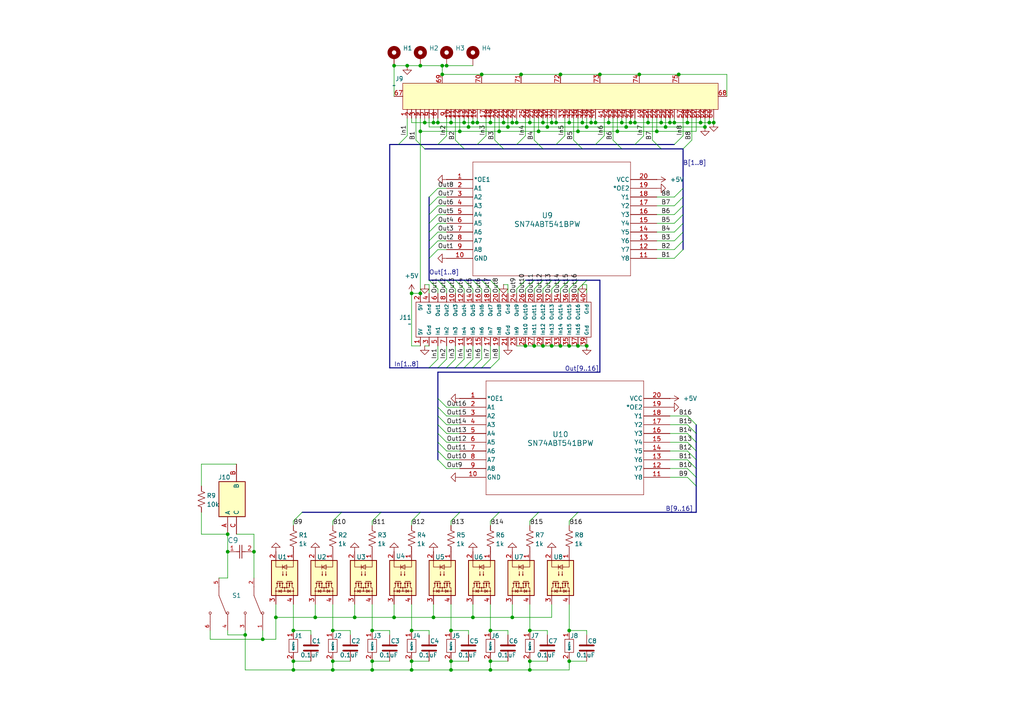
<source format=kicad_sch>
(kicad_sch (version 20231120) (generator "eeschema") (generator_version "8.0")
  (paper "A4")
  (junction (at 168.91 35.56))
  (junction (at 119.38 191.77))
  (junction (at 107.95 194.31))
  (junction (at 176.53 35.56))
  (junction (at 162.56 21.59))
  (junction (at 203.2 35.56))
  (junction (at 119.38 194.31))
  (junction (at 191.77 35.56))
  (junction (at 149.86 35.56))
  (junction (at 96.52 182.88))
  (junction (at 157.48 35.56))
  (junction (at 128.27 19.05))
  (junction (at 152.4 100.33))
  (junction (at 142.24 194.31))
  (junction (at 130.81 182.88))
  (junction (at 165.1 100.33))
  (junction (at 107.95 191.77))
  (junction (at 96.52 194.31))
  (junction (at 121.92 85.09))
  (junction (at 142.24 191.77))
  (junction (at 102.87 179.07))
  (junction (at 139.7 21.59))
  (junction (at 144.78 38.1))
  (junction (at 161.29 35.56))
  (junction (at 107.95 182.88))
  (junction (at 193.04 36.83))
  (junction (at 160.02 100.33))
  (junction (at 187.96 35.56))
  (junction (at 76.2 185.42))
  (junction (at 172.72 35.56))
  (junction (at 173.99 21.59))
  (junction (at 157.48 100.33))
  (junction (at 146.05 35.56))
  (junction (at 153.67 35.56))
  (junction (at 165.1 35.56))
  (junction (at 134.62 35.56))
  (junction (at 167.64 100.33))
  (junction (at 156.21 38.1))
  (junction (at 170.18 36.83))
  (junction (at 153.67 191.77))
  (junction (at 66.04 160.02))
  (junction (at 114.3 19.05))
  (junction (at 85.09 191.77))
  (junction (at 170.18 100.33))
  (junction (at 121.92 19.05))
  (junction (at 137.16 179.07))
  (junction (at 162.56 100.33))
  (junction (at 119.38 85.09))
  (junction (at 207.01 35.56))
  (junction (at 205.74 35.56))
  (junction (at 171.45 35.56))
  (junction (at 190.5 38.1))
  (junction (at 129.54 19.05))
  (junction (at 151.13 21.59))
  (junction (at 167.64 38.1))
  (junction (at 130.81 194.31))
  (junction (at 204.47 36.83))
  (junction (at 148.59 35.56))
  (junction (at 153.67 194.31))
  (junction (at 138.43 35.56))
  (junction (at 181.61 36.83))
  (junction (at 133.35 38.1))
  (junction (at 182.88 35.56))
  (junction (at 85.09 194.31))
  (junction (at 165.1 182.88))
  (junction (at 73.66 160.02))
  (junction (at 165.1 191.77))
  (junction (at 127 35.56))
  (junction (at 121.92 38.1))
  (junction (at 71.12 184.15))
  (junction (at 147.32 36.83))
  (junction (at 184.15 35.56))
  (junction (at 130.81 35.56))
  (junction (at 135.89 36.83))
  (junction (at 125.73 179.07))
  (junction (at 137.16 35.56))
  (junction (at 91.44 179.07))
  (junction (at 80.01 179.07))
  (junction (at 142.24 182.88))
  (junction (at 196.85 21.59))
  (junction (at 125.73 35.56))
  (junction (at 195.58 35.56))
  (junction (at 96.52 191.77))
  (junction (at 185.42 21.59))
  (junction (at 123.19 35.56))
  (junction (at 194.31 35.56))
  (junction (at 153.67 182.88))
  (junction (at 114.3 179.07))
  (junction (at 85.09 182.88))
  (junction (at 199.39 35.56))
  (junction (at 179.07 38.1))
  (junction (at 142.24 35.56))
  (junction (at 148.59 179.07))
  (junction (at 118.11 19.05))
  (junction (at 130.81 191.77))
  (junction (at 180.34 35.56))
  (junction (at 128.27 21.59))
  (junction (at 160.02 35.56))
  (junction (at 66.04 154.94))
  (junction (at 119.38 182.88))
  (junction (at 158.75 36.83))
  (junction (at 154.94 100.33))
  (bus_entry (at 139.7 106.68) (size 2.54 -2.54))
  (bus_entry (at 199.39 120.65) (size 2.54 2.54))
  (bus_entry (at 199.39 123.19) (size 2.54 2.54))
  (bus_entry (at 110.49 148.59) (size -2.54 2.54))
  (bus_entry (at 144.78 83.82) (size -2.54 -2.54))
  (bus_entry (at 144.78 148.59) (size -2.54 2.54))
  (bus_entry (at 167.64 148.59) (size -2.54 2.54))
  (bus_entry (at 162.56 83.82) (size 2.54 -2.54))
  (bus_entry (at 137.16 83.82) (size -2.54 -2.54))
  (bus_entry (at 132.08 83.82) (size -2.54 -2.54))
  (bus_entry (at 127 106.68) (size 2.54 -2.54))
  (bus_entry (at 152.4 83.82) (size 2.54 -2.54))
  (bus_entry (at 115.57 41.91) (size 2.54 -2.54))
  (bus_entry (at 87.63 148.59) (size -2.54 2.54))
  (bus_entry (at 149.86 83.82) (size 2.54 -2.54))
  (bus_entry (at 172.72 41.91) (size 2.54 -2.54))
  (bus_entry (at 168.91 43.18) (size -2.54 -2.54))
  (bus_entry (at 127 125.73) (size 2.54 2.54))
  (bus_entry (at 195.58 64.77) (size 2.54 -2.54))
  (bus_entry (at 127 120.65) (size 2.54 2.54))
  (bus_entry (at 184.15 41.91) (size 2.54 -2.54))
  (bus_entry (at 133.35 148.59) (size -2.54 2.54))
  (bus_entry (at 121.92 148.59) (size -2.54 2.54))
  (bus_entry (at 195.58 69.85) (size 2.54 -2.54))
  (bus_entry (at 124.46 59.69) (size 2.54 -2.54))
  (bus_entry (at 134.62 106.68) (size 2.54 -2.54))
  (bus_entry (at 139.7 83.82) (size -2.54 -2.54))
  (bus_entry (at 124.46 106.68) (size 2.54 -2.54))
  (bus_entry (at 124.46 74.93) (size 2.54 -2.54))
  (bus_entry (at 127 128.27) (size 2.54 2.54))
  (bus_entry (at 161.29 41.91) (size 2.54 -2.54))
  (bus_entry (at 124.46 62.23) (size 2.54 -2.54))
  (bus_entry (at 134.62 43.18) (size -2.54 -2.54))
  (bus_entry (at 154.94 83.82) (size 2.54 -2.54))
  (bus_entry (at 124.46 72.39) (size 2.54 -2.54))
  (bus_entry (at 127 123.19) (size 2.54 2.54))
  (bus_entry (at 160.02 83.82) (size 2.54 -2.54))
  (bus_entry (at 195.58 59.69) (size 2.54 -2.54))
  (bus_entry (at 167.64 83.82) (size 2.54 -2.54))
  (bus_entry (at 129.54 83.82) (size -2.54 -2.54))
  (bus_entry (at 191.77 43.18) (size -2.54 -2.54))
  (bus_entry (at 199.39 128.27) (size 2.54 2.54))
  (bus_entry (at 132.08 106.68) (size 2.54 -2.54))
  (bus_entry (at 198.12 43.18) (size 2.54 -2.54))
  (bus_entry (at 127 41.91) (size 2.54 -2.54))
  (bus_entry (at 180.34 43.18) (size -2.54 -2.54))
  (bus_entry (at 165.1 83.82) (size 2.54 -2.54))
  (bus_entry (at 124.46 67.31) (size 2.54 -2.54))
  (bus_entry (at 127 118.11) (size 2.54 2.54))
  (bus_entry (at 138.43 41.91) (size 2.54 -2.54))
  (bus_entry (at 157.48 83.82) (size 2.54 -2.54))
  (bus_entry (at 124.46 64.77) (size 2.54 -2.54))
  (bus_entry (at 142.24 106.68) (size 2.54 -2.54))
  (bus_entry (at 127 115.57) (size 2.54 2.54))
  (bus_entry (at 199.39 125.73) (size 2.54 2.54))
  (bus_entry (at 195.58 62.23) (size 2.54 -2.54))
  (bus_entry (at 146.05 43.18) (size -2.54 -2.54))
  (bus_entry (at 149.86 41.91) (size 2.54 -2.54))
  (bus_entry (at 124.46 57.15) (size 2.54 -2.54))
  (bus_entry (at 195.58 57.15) (size 2.54 -2.54))
  (bus_entry (at 127 133.35) (size 2.54 2.54))
  (bus_entry (at 199.39 130.81) (size 2.54 2.54))
  (bus_entry (at 124.46 69.85) (size 2.54 -2.54))
  (bus_entry (at 99.06 148.59) (size -2.54 2.54))
  (bus_entry (at 157.48 43.18) (size -2.54 -2.54))
  (bus_entry (at 199.39 135.89) (size 2.54 2.54))
  (bus_entry (at 137.16 106.68) (size 2.54 -2.54))
  (bus_entry (at 195.58 67.31) (size 2.54 -2.54))
  (bus_entry (at 199.39 133.35) (size 2.54 2.54))
  (bus_entry (at 195.58 41.91) (size 2.54 -2.54))
  (bus_entry (at 156.21 148.59) (size -2.54 2.54))
  (bus_entry (at 134.62 83.82) (size -2.54 -2.54))
  (bus_entry (at 195.58 72.39) (size 2.54 -2.54))
  (bus_entry (at 127 130.81) (size 2.54 2.54))
  (bus_entry (at 123.19 43.18) (size -2.54 -2.54))
  (bus_entry (at 127 83.82) (size -2.54 -2.54))
  (bus_entry (at 195.58 74.93) (size 2.54 -2.54))
  (bus_entry (at 199.39 138.43) (size 2.54 2.54))
  (bus_entry (at 129.54 106.68) (size 2.54 -2.54))
  (bus_entry (at 142.24 83.82) (size -2.54 -2.54))
  (wire (pts (xy 142.24 194.31) (xy 142.24 191.77)))
  (wire (pts (xy 175.26 34.29) (xy 175.26 39.37)))
  (bus (pts (xy 201.93 133.35) (xy 201.93 135.89)))
  (wire (pts (xy 203.2 34.29) (xy 203.2 35.56)))
  (wire (pts (xy 153.67 175.26) (xy 153.67 182.88)))
  (wire (pts (xy 80.01 179.07) (xy 91.44 179.07)))
  (bus (pts (xy 162.56 81.28) (xy 165.1 81.28)))
  (wire (pts (xy 190.5 69.85) (xy 195.58 69.85)))
  (wire (pts (xy 66.04 184.15) (xy 71.12 184.15)))
  (wire (pts (xy 195.58 35.56) (xy 194.31 35.56)))
  (bus (pts (xy 127 120.65) (xy 127 123.19)))
  (wire (pts (xy 148.59 179.07) (xy 160.02 179.07)))
  (bus (pts (xy 127 118.11) (xy 127 120.65)))
  (bus (pts (xy 127 106.68) (xy 124.46 106.68)))
  (wire (pts (xy 135.89 36.83) (xy 135.89 34.29)))
  (bus (pts (xy 168.91 43.18) (xy 180.34 43.18)))
  (wire (pts (xy 132.08 34.29) (xy 132.08 40.64)))
  (bus (pts (xy 132.08 81.28) (xy 129.54 81.28)))
  (wire (pts (xy 142.24 34.29) (xy 142.24 35.56)))
  (bus (pts (xy 172.72 41.91) (xy 184.15 41.91)))
  (wire (pts (xy 205.74 34.29) (xy 205.74 35.56)))
  (wire (pts (xy 137.16 100.33) (xy 137.16 104.14)))
  (wire (pts (xy 144.78 38.1) (xy 144.78 34.29)))
  (wire (pts (xy 190.5 72.39) (xy 195.58 72.39)))
  (bus (pts (xy 123.19 43.18) (xy 134.62 43.18)))
  (wire (pts (xy 195.58 35.56) (xy 199.39 35.56)))
  (wire (pts (xy 165.1 83.82) (xy 165.1 85.09)))
  (wire (pts (xy 161.29 35.56) (xy 165.1 35.56)))
  (wire (pts (xy 102.87 179.07) (xy 114.3 179.07)))
  (wire (pts (xy 107.95 151.13) (xy 107.95 152.4)))
  (wire (pts (xy 123.19 82.55) (xy 124.46 82.55)))
  (wire (pts (xy 129.54 123.19) (xy 133.35 123.19)))
  (wire (pts (xy 130.81 35.56) (xy 134.62 35.56)))
  (wire (pts (xy 129.54 118.11) (xy 133.35 118.11)))
  (wire (pts (xy 127 83.82) (xy 127 85.09)))
  (wire (pts (xy 143.51 34.29) (xy 143.51 40.64)))
  (wire (pts (xy 153.67 194.31) (xy 153.67 191.77)))
  (wire (pts (xy 179.07 38.1) (xy 179.07 34.29)))
  (wire (pts (xy 147.32 36.83) (xy 135.89 36.83)))
  (wire (pts (xy 148.59 35.56) (xy 146.05 35.56)))
  (wire (pts (xy 167.64 100.33) (xy 170.18 100.33)))
  (bus (pts (xy 201.93 123.19) (xy 201.93 125.73)))
  (wire (pts (xy 107.95 175.26) (xy 107.95 182.88)))
  (wire (pts (xy 96.52 194.31) (xy 96.52 191.77)))
  (wire (pts (xy 107.95 194.31) (xy 107.95 191.77)))
  (wire (pts (xy 129.54 100.33) (xy 129.54 104.14)))
  (wire (pts (xy 152.4 100.33) (xy 154.94 100.33)))
  (wire (pts (xy 170.18 82.55) (xy 170.18 85.09)))
  (wire (pts (xy 170.18 36.83) (xy 158.75 36.83)))
  (wire (pts (xy 172.72 35.56) (xy 171.45 35.56)))
  (wire (pts (xy 73.66 154.94) (xy 68.58 154.94)))
  (wire (pts (xy 153.67 34.29) (xy 153.67 35.56)))
  (wire (pts (xy 157.48 34.29) (xy 157.48 35.56)))
  (wire (pts (xy 194.31 35.56) (xy 191.77 35.56)))
  (wire (pts (xy 66.04 182.88) (xy 66.04 184.15)))
  (bus (pts (xy 124.46 74.93) (xy 124.46 81.28)))
  (wire (pts (xy 58.42 134.62) (xy 68.58 134.62)))
  (bus (pts (xy 127 106.68) (xy 129.54 106.68)))
  (wire (pts (xy 137.16 35.56) (xy 134.62 35.56)))
  (bus (pts (xy 127 125.73) (xy 127 128.27)))
  (wire (pts (xy 142.24 151.13) (xy 142.24 152.4)))
  (wire (pts (xy 76.2 182.88) (xy 76.2 185.42)))
  (wire (pts (xy 127 72.39) (xy 129.54 72.39)))
  (wire (pts (xy 144.78 38.1) (xy 156.21 38.1)))
  (wire (pts (xy 130.81 182.88) (xy 135.89 182.88)))
  (wire (pts (xy 154.94 100.33) (xy 157.48 100.33)))
  (wire (pts (xy 138.43 35.56) (xy 137.16 35.56)))
  (wire (pts (xy 152.4 83.82) (xy 152.4 85.09)))
  (wire (pts (xy 125.73 34.29) (xy 125.73 35.56)))
  (wire (pts (xy 119.38 194.31) (xy 130.81 194.31)))
  (wire (pts (xy 190.5 62.23) (xy 195.58 62.23)))
  (wire (pts (xy 177.8 34.29) (xy 177.8 40.64)))
  (wire (pts (xy 107.95 191.77) (xy 113.03 191.77)))
  (wire (pts (xy 151.13 21.59) (xy 162.56 21.59)))
  (wire (pts (xy 125.73 179.07) (xy 125.73 175.26)))
  (wire (pts (xy 154.94 34.29) (xy 154.94 40.64)))
  (wire (pts (xy 187.96 34.29) (xy 187.96 35.56)))
  (wire (pts (xy 194.31 133.35) (xy 199.39 133.35)))
  (wire (pts (xy 58.42 154.94) (xy 58.42 148.59)))
  (wire (pts (xy 114.3 179.07) (xy 125.73 179.07)))
  (wire (pts (xy 147.32 82.55) (xy 147.32 85.09)))
  (wire (pts (xy 129.54 135.89) (xy 133.35 135.89)))
  (wire (pts (xy 147.32 182.88) (xy 147.32 184.15)))
  (wire (pts (xy 142.24 175.26) (xy 142.24 182.88)))
  (bus (pts (xy 127 115.57) (xy 127 118.11)))
  (wire (pts (xy 121.92 34.29) (xy 121.92 38.1)))
  (wire (pts (xy 184.15 35.56) (xy 182.88 35.56)))
  (wire (pts (xy 58.42 140.97) (xy 58.42 134.62)))
  (bus (pts (xy 201.93 130.81) (xy 201.93 133.35)))
  (wire (pts (xy 114.3 179.07) (xy 114.3 175.26)))
  (wire (pts (xy 142.24 35.56) (xy 146.05 35.56)))
  (wire (pts (xy 176.53 34.29) (xy 176.53 35.56)))
  (wire (pts (xy 123.19 100.33) (xy 124.46 100.33)))
  (wire (pts (xy 127 100.33) (xy 127 104.14)))
  (wire (pts (xy 132.08 100.33) (xy 132.08 104.14)))
  (wire (pts (xy 73.66 160.02) (xy 73.66 167.64)))
  (wire (pts (xy 71.12 194.31) (xy 85.09 194.31)))
  (wire (pts (xy 101.6 182.88) (xy 101.6 184.15)))
  (wire (pts (xy 125.73 35.56) (xy 123.19 35.56)))
  (bus (pts (xy 198.12 59.69) (xy 198.12 57.15)))
  (wire (pts (xy 125.73 179.07) (xy 137.16 179.07)))
  (wire (pts (xy 182.88 34.29) (xy 182.88 35.56)))
  (bus (pts (xy 184.15 41.91) (xy 195.58 41.91)))
  (wire (pts (xy 60.96 185.42) (xy 76.2 185.42)))
  (wire (pts (xy 114.3 19.05) (xy 118.11 19.05)))
  (wire (pts (xy 165.1 194.31) (xy 165.1 191.77)))
  (wire (pts (xy 139.7 100.33) (xy 139.7 104.14)))
  (wire (pts (xy 182.88 35.56) (xy 180.34 35.56)))
  (wire (pts (xy 190.5 64.77) (xy 195.58 64.77)))
  (wire (pts (xy 165.1 100.33) (xy 167.64 100.33)))
  (bus (pts (xy 198.12 64.77) (xy 198.12 62.23)))
  (wire (pts (xy 190.5 74.93) (xy 195.58 74.93)))
  (wire (pts (xy 153.67 194.31) (xy 165.1 194.31)))
  (wire (pts (xy 149.86 100.33) (xy 152.4 100.33)))
  (wire (pts (xy 130.81 191.77) (xy 130.81 194.31)))
  (wire (pts (xy 121.92 38.1) (xy 121.92 85.09)))
  (wire (pts (xy 149.86 83.82) (xy 149.86 85.09)))
  (wire (pts (xy 114.3 19.05) (xy 114.3 27.94)))
  (wire (pts (xy 91.44 179.07) (xy 91.44 175.26)))
  (wire (pts (xy 165.1 191.77) (xy 170.18 191.77)))
  (wire (pts (xy 179.07 38.1) (xy 190.5 38.1)))
  (bus (pts (xy 127 41.91) (xy 138.43 41.91)))
  (bus (pts (xy 201.93 138.43) (xy 201.93 140.97)))
  (wire (pts (xy 137.16 83.82) (xy 137.16 85.09)))
  (wire (pts (xy 162.56 100.33) (xy 165.1 100.33)))
  (bus (pts (xy 198.12 67.31) (xy 198.12 64.77)))
  (wire (pts (xy 193.04 34.29) (xy 193.04 36.83)))
  (bus (pts (xy 127 81.28) (xy 124.46 81.28)))
  (bus (pts (xy 167.64 81.28) (xy 170.18 81.28)))
  (wire (pts (xy 147.32 36.83) (xy 147.32 34.29)))
  (wire (pts (xy 129.54 133.35) (xy 133.35 133.35)))
  (wire (pts (xy 138.43 34.29) (xy 138.43 35.56)))
  (wire (pts (xy 132.08 83.82) (xy 132.08 85.09)))
  (bus (pts (xy 139.7 81.28) (xy 137.16 81.28)))
  (wire (pts (xy 204.47 34.29) (xy 204.47 36.83)))
  (wire (pts (xy 66.04 154.94) (xy 58.42 154.94)))
  (wire (pts (xy 170.18 182.88) (xy 170.18 184.15)))
  (bus (pts (xy 113.03 41.91) (xy 115.57 41.91)))
  (bus (pts (xy 157.48 81.28) (xy 160.02 81.28)))
  (bus (pts (xy 110.49 148.59) (xy 121.92 148.59)))
  (wire (pts (xy 142.24 100.33) (xy 142.24 104.14)))
  (wire (pts (xy 127 57.15) (xy 129.54 57.15)))
  (wire (pts (xy 205.74 35.56) (xy 203.2 35.56)))
  (wire (pts (xy 149.86 35.56) (xy 148.59 35.56)))
  (wire (pts (xy 137.16 34.29) (xy 137.16 35.56)))
  (wire (pts (xy 113.03 182.88) (xy 113.03 184.15)))
  (wire (pts (xy 73.66 154.94) (xy 73.66 160.02)))
  (wire (pts (xy 153.67 191.77) (xy 158.75 191.77)))
  (wire (pts (xy 156.21 38.1) (xy 156.21 34.29)))
  (bus (pts (xy 165.1 81.28) (xy 167.64 81.28)))
  (bus (pts (xy 127 128.27) (xy 127 130.81)))
  (wire (pts (xy 144.78 100.33) (xy 144.78 104.14)))
  (bus (pts (xy 173.99 81.28) (xy 173.99 107.95)))
  (wire (pts (xy 181.61 36.83) (xy 170.18 36.83)))
  (bus (pts (xy 191.77 43.18) (xy 198.12 43.18)))
  (wire (pts (xy 127 35.56) (xy 130.81 35.56)))
  (bus (pts (xy 198.12 54.61) (xy 198.12 43.18)))
  (bus (pts (xy 161.29 41.91) (xy 172.72 41.91)))
  (wire (pts (xy 170.18 36.83) (xy 170.18 34.29)))
  (wire (pts (xy 135.89 36.83) (xy 124.46 36.83)))
  (wire (pts (xy 165.1 175.26) (xy 165.1 182.88)))
  (wire (pts (xy 194.31 125.73) (xy 199.39 125.73)))
  (wire (pts (xy 142.24 194.31) (xy 153.67 194.31)))
  (wire (pts (xy 130.81 194.31) (xy 142.24 194.31)))
  (bus (pts (xy 198.12 57.15) (xy 198.12 54.61)))
  (wire (pts (xy 96.52 151.13) (xy 96.52 152.4)))
  (wire (pts (xy 160.02 100.33) (xy 162.56 100.33)))
  (wire (pts (xy 119.38 35.56) (xy 123.19 35.56)))
  (bus (pts (xy 139.7 106.68) (xy 137.16 106.68)))
  (wire (pts (xy 187.96 35.56) (xy 191.77 35.56)))
  (wire (pts (xy 121.92 85.09) (xy 119.38 85.09)))
  (wire (pts (xy 161.29 34.29) (xy 161.29 35.56)))
  (wire (pts (xy 130.81 175.26) (xy 130.81 182.88)))
  (bus (pts (xy 129.54 81.28) (xy 127 81.28)))
  (wire (pts (xy 166.37 34.29) (xy 166.37 40.64)))
  (wire (pts (xy 128.27 19.05) (xy 128.27 21.59)))
  (wire (pts (xy 80.01 179.07) (xy 80.01 175.26)))
  (wire (pts (xy 80.01 185.42) (xy 80.01 179.07)))
  (wire (pts (xy 167.64 83.82) (xy 167.64 85.09)))
  (wire (pts (xy 194.31 135.89) (xy 199.39 135.89)))
  (wire (pts (xy 207.01 34.29) (xy 207.01 35.56)))
  (wire (pts (xy 173.99 21.59) (xy 185.42 21.59)))
  (wire (pts (xy 165.1 182.88) (xy 170.18 182.88)))
  (wire (pts (xy 153.67 151.13) (xy 153.67 152.4)))
  (bus (pts (xy 173.99 107.95) (xy 127 107.95)))
  (wire (pts (xy 71.12 184.15) (xy 71.12 194.31)))
  (wire (pts (xy 148.59 179.07) (xy 148.59 175.26)))
  (wire (pts (xy 194.31 138.43) (xy 199.39 138.43)))
  (wire (pts (xy 121.92 38.1) (xy 133.35 38.1)))
  (bus (pts (xy 137.16 106.68) (xy 134.62 106.68)))
  (wire (pts (xy 66.04 160.02) (xy 66.04 167.64)))
  (bus (pts (xy 134.62 106.68) (xy 132.08 106.68)))
  (wire (pts (xy 119.38 34.29) (xy 119.38 35.56)))
  (wire (pts (xy 129.54 19.05) (xy 137.16 19.05)))
  (wire (pts (xy 127 54.61) (xy 129.54 54.61)))
  (wire (pts (xy 129.54 83.82) (xy 129.54 85.09)))
  (wire (pts (xy 190.5 59.69) (xy 195.58 59.69)))
  (wire (pts (xy 127 35.56) (xy 125.73 35.56)))
  (wire (pts (xy 199.39 35.56) (xy 203.2 35.56)))
  (wire (pts (xy 90.17 182.88) (xy 90.17 184.15)))
  (bus (pts (xy 124.46 62.23) (xy 124.46 64.77)))
  (wire (pts (xy 96.52 191.77) (xy 101.6 191.77)))
  (wire (pts (xy 124.46 82.55) (xy 124.46 85.09)))
  (wire (pts (xy 129.54 120.65) (xy 133.35 120.65)))
  (wire (pts (xy 190.5 67.31) (xy 195.58 67.31)))
  (wire (pts (xy 123.19 34.29) (xy 123.19 35.56)))
  (wire (pts (xy 160.02 35.56) (xy 157.48 35.56)))
  (wire (pts (xy 200.66 34.29) (xy 200.66 40.64)))
  (wire (pts (xy 119.38 191.77) (xy 124.46 191.77)))
  (wire (pts (xy 168.91 82.55) (xy 170.18 82.55)))
  (wire (pts (xy 91.44 179.07) (xy 102.87 179.07)))
  (bus (pts (xy 138.43 41.91) (xy 149.86 41.91)))
  (bus (pts (xy 156.21 148.59) (xy 167.64 148.59)))
  (wire (pts (xy 76.2 185.42) (xy 80.01 185.42)))
  (wire (pts (xy 146.05 34.29) (xy 146.05 35.56)))
  (wire (pts (xy 135.89 182.88) (xy 135.89 184.15)))
  (bus (pts (xy 198.12 69.85) (xy 198.12 67.31)))
  (wire (pts (xy 107.95 182.88) (xy 113.03 182.88)))
  (bus (pts (xy 144.78 148.59) (xy 156.21 148.59)))
  (wire (pts (xy 118.11 34.29) (xy 118.11 39.37)))
  (wire (pts (xy 184.15 35.56) (xy 187.96 35.56)))
  (wire (pts (xy 138.43 35.56) (xy 142.24 35.56)))
  (wire (pts (xy 119.38 100.33) (xy 121.92 100.33)))
  (wire (pts (xy 129.54 130.81) (xy 133.35 130.81)))
  (wire (pts (xy 194.31 120.65) (xy 199.39 120.65)))
  (wire (pts (xy 189.23 34.29) (xy 189.23 40.64)))
  (wire (pts (xy 85.09 194.31) (xy 85.09 191.77)))
  (bus (pts (xy 124.46 64.77) (xy 124.46 67.31)))
  (wire (pts (xy 149.86 35.56) (xy 153.67 35.56)))
  (wire (pts (xy 162.56 83.82) (xy 162.56 85.09)))
  (wire (pts (xy 127 62.23) (xy 129.54 62.23)))
  (bus (pts (xy 133.35 148.59) (xy 144.78 148.59)))
  (wire (pts (xy 165.1 34.29) (xy 165.1 35.56)))
  (bus (pts (xy 157.48 43.18) (xy 168.91 43.18)))
  (bus (pts (xy 142.24 106.68) (xy 139.7 106.68)))
  (wire (pts (xy 127 67.31) (xy 129.54 67.31)))
  (wire (pts (xy 194.31 34.29) (xy 194.31 35.56)))
  (bus (pts (xy 180.34 43.18) (xy 191.77 43.18)))
  (wire (pts (xy 140.97 34.29) (xy 140.97 39.37)))
  (wire (pts (xy 128.27 21.59) (xy 139.7 21.59)))
  (wire (pts (xy 176.53 35.56) (xy 180.34 35.56)))
  (wire (pts (xy 198.12 34.29) (xy 198.12 39.37)))
  (wire (pts (xy 195.58 34.29) (xy 195.58 35.56)))
  (wire (pts (xy 127 34.29) (xy 127 35.56)))
  (wire (pts (xy 129.54 128.27) (xy 133.35 128.27)))
  (wire (pts (xy 139.7 21.59) (xy 151.13 21.59)))
  (wire (pts (xy 210.82 21.59) (xy 196.85 21.59)))
  (wire (pts (xy 158.75 182.88) (xy 158.75 184.15)))
  (wire (pts (xy 181.61 36.83) (xy 181.61 34.29)))
  (wire (pts (xy 160.02 34.29) (xy 160.02 35.56)))
  (wire (pts (xy 128.27 19.05) (xy 129.54 19.05)))
  (bus (pts (xy 152.4 81.28) (xy 154.94 81.28)))
  (wire (pts (xy 85.09 191.77) (xy 90.17 191.77)))
  (wire (pts (xy 193.04 36.83) (xy 181.61 36.83)))
  (wire (pts (xy 129.54 125.73) (xy 133.35 125.73)))
  (bus (pts (xy 124.46 72.39) (xy 124.46 74.93)))
  (wire (pts (xy 85.09 151.13) (xy 85.09 152.4)))
  (wire (pts (xy 157.48 83.82) (xy 157.48 85.09)))
  (wire (pts (xy 130.81 151.13) (xy 130.81 152.4)))
  (wire (pts (xy 85.09 175.26) (xy 85.09 182.88)))
  (wire (pts (xy 158.75 36.83) (xy 147.32 36.83)))
  (bus (pts (xy 198.12 62.23) (xy 198.12 59.69)))
  (wire (pts (xy 201.93 38.1) (xy 201.93 34.29)))
  (wire (pts (xy 71.12 184.15) (xy 71.12 182.88)))
  (bus (pts (xy 124.46 59.69) (xy 124.46 62.23)))
  (wire (pts (xy 157.48 100.33) (xy 160.02 100.33)))
  (wire (pts (xy 146.05 82.55) (xy 147.32 82.55)))
  (wire (pts (xy 96.52 175.26) (xy 96.52 182.88)))
  (wire (pts (xy 107.95 194.31) (xy 119.38 194.31)))
  (bus (pts (xy 124.46 69.85) (xy 124.46 72.39)))
  (wire (pts (xy 66.04 154.94) (xy 66.04 160.02)))
  (wire (pts (xy 165.1 35.56) (xy 168.91 35.56)))
  (wire (pts (xy 190.5 57.15) (xy 195.58 57.15)))
  (bus (pts (xy 124.46 67.31) (xy 124.46 69.85)))
  (bus (pts (xy 201.93 135.89) (xy 201.93 138.43)))
  (bus (pts (xy 127 130.81) (xy 127 133.35)))
  (bus (pts (xy 121.92 148.59) (xy 133.35 148.59)))
  (wire (pts (xy 168.91 34.29) (xy 168.91 35.56)))
  (wire (pts (xy 130.81 34.29) (xy 130.81 35.56)))
  (bus (pts (xy 134.62 43.18) (xy 146.05 43.18)))
  (wire (pts (xy 142.24 83.82) (xy 142.24 85.09)))
  (wire (pts (xy 96.52 182.88) (xy 101.6 182.88)))
  (bus (pts (xy 198.12 72.39) (xy 198.12 69.85)))
  (bus (pts (xy 201.93 128.27) (xy 201.93 130.81)))
  (bus (pts (xy 115.57 41.91) (xy 127 41.91)))
  (wire (pts (xy 60.96 182.88) (xy 60.96 185.42)))
  (wire (pts (xy 148.59 34.29) (xy 148.59 35.56)))
  (bus (pts (xy 149.86 41.91) (xy 161.29 41.91)))
  (wire (pts (xy 85.09 194.31) (xy 96.52 194.31)))
  (wire (pts (xy 130.81 191.77) (xy 135.89 191.77)))
  (wire (pts (xy 207.01 35.56) (xy 205.74 35.56)))
  (wire (pts (xy 137.16 179.07) (xy 148.59 179.07)))
  (wire (pts (xy 172.72 34.29) (xy 172.72 35.56)))
  (wire (pts (xy 190.5 38.1) (xy 201.93 38.1)))
  (wire (pts (xy 153.67 35.56) (xy 157.48 35.56)))
  (wire (pts (xy 194.31 123.19) (xy 199.39 123.19)))
  (bus (pts (xy 170.18 81.28) (xy 173.99 81.28)))
  (wire (pts (xy 127 59.69) (xy 129.54 59.69)))
  (wire (pts (xy 119.38 85.09) (xy 119.38 100.33)))
  (wire (pts (xy 121.92 19.05) (xy 128.27 19.05)))
  (wire (pts (xy 165.1 151.13) (xy 165.1 152.4)))
  (bus (pts (xy 127 123.19) (xy 127 125.73)))
  (wire (pts (xy 149.86 34.29) (xy 149.86 35.56)))
  (wire (pts (xy 171.45 34.29) (xy 171.45 35.56)))
  (wire (pts (xy 142.24 182.88) (xy 147.32 182.88)))
  (wire (pts (xy 127 64.77) (xy 129.54 64.77)))
  (wire (pts (xy 153.67 182.88) (xy 158.75 182.88)))
  (wire (pts (xy 102.87 179.07) (xy 102.87 175.26)))
  (wire (pts (xy 134.62 83.82) (xy 134.62 85.09)))
  (bus (pts (xy 201.93 125.73) (xy 201.93 128.27)))
  (wire (pts (xy 210.82 27.94) (xy 210.82 21.59)))
  (bus (pts (xy 132.08 106.68) (xy 129.54 106.68)))
  (wire (pts (xy 124.46 36.83) (xy 124.46 34.29)))
  (wire (pts (xy 160.02 179.07) (xy 160.02 175.26)))
  (wire (pts (xy 127 69.85) (xy 129.54 69.85)))
  (wire (pts (xy 191.77 34.29) (xy 191.77 35.56)))
  (wire (pts (xy 184.15 34.29) (xy 184.15 35.56)))
  (bus (pts (xy 124.46 106.68) (xy 113.03 106.68)))
  (wire (pts (xy 119.38 194.31) (xy 119.38 191.77)))
  (wire (pts (xy 158.75 36.83) (xy 158.75 34.29)))
  (wire (pts (xy 133.35 38.1) (xy 133.35 34.29)))
  (wire (pts (xy 172.72 35.56) (xy 176.53 35.56)))
  (wire (pts (xy 137.16 179.07) (xy 137.16 175.26)))
  (wire (pts (xy 194.31 130.81) (xy 199.39 130.81)))
  (bus (pts (xy 160.02 81.28) (xy 162.56 81.28)))
  (bus (pts (xy 142.24 81.28) (xy 139.7 81.28)))
  (wire (pts (xy 186.69 34.29) (xy 186.69 39.37)))
  (bus (pts (xy 127 107.95) (xy 127 115.57)))
  (wire (pts (xy 96.52 194.31) (xy 107.95 194.31)))
  (wire (pts (xy 180.34 34.29) (xy 180.34 35.56)))
  (wire (pts (xy 185.42 21.59) (xy 196.85 21.59)))
  (bus (pts (xy 137.16 81.28) (xy 134.62 81.28)))
  (wire (pts (xy 156.21 38.1) (xy 167.64 38.1)))
  (bus (pts (xy 146.05 43.18) (xy 157.48 43.18)))
  (wire (pts (xy 142.24 191.77) (xy 147.32 191.77)))
  (wire (pts (xy 139.7 83.82) (xy 139.7 85.09)))
  (wire (pts (xy 163.83 34.29) (xy 163.83 39.37)))
  (wire (pts (xy 144.78 83.82) (xy 144.78 85.09)))
  (wire (pts (xy 167.64 38.1) (xy 167.64 34.29)))
  (bus (pts (xy 87.63 148.59) (xy 99.06 148.59)))
  (wire (pts (xy 124.46 182.88) (xy 124.46 184.15)))
  (wire (pts (xy 134.62 34.29) (xy 134.62 35.56)))
  (wire (pts (xy 85.09 182.88) (xy 90.17 182.88)))
  (wire (pts (xy 118.11 19.05) (xy 121.92 19.05)))
  (wire (pts (xy 167.64 38.1) (xy 179.07 38.1)))
  (wire (pts (xy 204.47 36.83) (xy 193.04 36.83)))
  (wire (pts (xy 160.02 83.82) (xy 160.02 85.09)))
  (bus (pts (xy 124.46 57.15) (xy 124.46 59.69)))
  (bus (pts (xy 167.64 148.59) (xy 201.93 148.59)))
  (bus (pts (xy 134.62 81.28) (xy 132.08 81.28)))
  (wire (pts (xy 194.31 128.27) (xy 199.39 128.27)))
  (wire (pts (xy 190.5 38.1) (xy 190.5 34.29)))
  (wire (pts (xy 66.04 167.64) (xy 63.5 167.64)))
  (wire (pts (xy 171.45 35.56) (xy 168.91 35.56)))
  (wire (pts (xy 119.38 182.88) (xy 124.46 182.88)))
  (wire (pts (xy 120.65 34.29) (xy 120.65 40.64)))
  (bus (pts (xy 201.93 140.97) (xy 201.93 148.59)))
  (bus (pts (xy 113.03 41.91) (xy 113.03 106.68)))
  (bus (pts (xy 154.94 81.28) (xy 157.48 81.28)))
  (wire (pts (xy 162.56 21.59) (xy 173.99 21.59)))
  (wire (pts (xy 119.38 175.26) (xy 119.38 182.88)))
  (wire (pts (xy 134.62 100.33) (xy 134.62 104.14)))
  (bus (pts (xy 99.06 148.59) (xy 110.49 148.59)))
  (wire (pts (xy 133.35 38.1) (xy 144.78 38.1)))
  (wire (pts (xy 119.38 151.13) (xy 119.38 152.4)))
  (wire (pts (xy 129.54 34.29) (xy 129.54 39.37)))
  (wire (pts (xy 199.39 34.29) (xy 199.39 35.56)))
  (wire (pts (xy 154.94 83.82) (xy 154.94 85.09)))
  (wire (pts (xy 152.4 34.29) (xy 152.4 39.37)))
  (wire (pts (xy 161.29 35.56) (xy 160.02 35.56)))
  (label "B12" (at 196.85 130.81 0))
  (label "Out11" (at 129.54 130.81 0))
  (label "Out13" (at 160.02 85.09 90))
  (label "In5" (at 163.83 39.37 90))
  (label "B1" (at 191.77 74.93 0))
  (label "In3" (at 140.97 39.37 90))
  (label "Out15" (at 129.54 120.65 0))
  (label "B[9..16]" (at 193.04 148.59 0))
  (label "Out15" (at 165.1 85.09 90))
  (label "Out6" (at 127 59.69 0))
  (label "B2" (at 132.08 40.64 90))
  (label "In1" (at 118.11 39.37 90))
  (label "In7" (at 186.69 39.37 90))
  (label "In6" (at 139.7 104.14 90))
  (label "In2" (at 129.54 104.14 90))
  (label "Out8" (at 127 54.61 0))
  (label "Out7" (at 127 57.15 0))
  (label "B11" (at 107.95 152.4 0))
  (label "B7" (at 191.77 59.69 0))
  (label "B10" (at 96.52 152.4 0))
  (label "Out6" (at 139.7 85.09 90))
  (label "Out16" (at 167.64 85.09 90))
  (label "B4" (at 154.94 40.64 90))
  (label "B6" (at 177.8 40.64 90))
  (label "Out9" (at 129.54 135.89 0))
  (label "In8" (at 198.12 39.37 90))
  (label "Out4" (at 134.62 85.09 90))
  (label "In[1..8]" (at 114.3 106.68 0))
  (label "Out3" (at 132.08 85.09 90))
  (label "B5" (at 166.37 40.64 90))
  (label "In1" (at 127 104.14 90))
  (label "B[1..8]" (at 198.12 48.26 0))
  (label "Out11" (at 154.94 85.09 90))
  (label "B9" (at 85.09 152.4 0))
  (label "B2" (at 191.77 72.39 0))
  (label "B6" (at 191.77 62.23 0))
  (label "Out7" (at 142.24 85.09 90))
  (label "Out13" (at 129.54 125.73 0))
  (label "B10" (at 196.85 135.89 0))
  (label "Out2" (at 129.54 85.09 90))
  (label "B1" (at 120.65 40.64 90))
  (label "In6" (at 175.26 39.37 90))
  (label "Out12" (at 129.54 128.27 0))
  (label "In7" (at 142.24 104.14 90))
  (label "B16" (at 196.85 120.65 0))
  (label "Out1" (at 127 72.39 0))
  (label "B4" (at 191.77 67.31 0))
  (label "B14" (at 142.24 152.4 0))
  (label "Out[1..8]" (at 124.46 80.01 0))
  (label "Out5" (at 137.16 85.09 90))
  (label "In2" (at 129.54 39.37 90))
  (label "B15" (at 153.67 152.4 0))
  (label "Out10" (at 152.4 85.09 90))
  (label "Out[9..16]" (at 163.83 107.95 0))
  (label "B3" (at 191.77 69.85 0))
  (label "In4" (at 134.62 104.14 90))
  (label "B11" (at 196.85 133.35 0))
  (label "In3" (at 132.08 104.14 90))
  (label "B16" (at 165.1 152.4 0))
  (label "B13" (at 196.85 128.27 0))
  (label "Out12" (at 157.48 85.09 90))
  (label "B8" (at 200.66 40.64 90))
  (label "Out5" (at 127 62.23 0))
  (label "B3" (at 143.51 40.64 90))
  (label "Out9" (at 149.86 85.09 90))
  (label "Out14" (at 162.56 85.09 90))
  (label "Out1" (at 127 85.09 90))
  (label "Out3" (at 127 67.31 0))
  (label "B9" (at 196.85 138.43 0))
  (label "B15" (at 196.85 123.19 0))
  (label "In5" (at 137.16 104.14 90))
  (label "Out2" (at 127 69.85 0))
  (label "Out8" (at 144.78 85.09 90))
  (label "B14" (at 196.85 125.73 0))
  (label "B5" (at 191.77 64.77 0))
  (label "Out14" (at 129.54 123.19 0))
  (label "Out4" (at 127 64.77 0))
  (label "Out10" (at 129.54 133.35 0))
  (label "In4" (at 152.4 39.37 90))
  (label "Out16" (at 129.54 118.11 0))
  (label "B12" (at 119.38 152.4 0))
  (label "B7" (at 189.23 40.64 90))
  (label "B13" (at 130.81 152.4 0))
  (label "B8" (at 191.77 57.15 0))
  (label "In8" (at 144.78 104.14 90))
  (symbol (lib_id "power:GNDS") (at 147.32 100.33 0) (unit 1)
    (property "Reference" "#PWR04" (effects (hide yes)))
    (property "Value" "GNDS" (effects (hide yes)))
    (property "Description" "Power symbol creates a global label with name \"GNDS\" , signal ground" (effects (hide yes)))
  )
  (symbol (lib_id "Uploaded:JST-PH_2-Pin_Vertical") (at 107.95 186.69 0) (unit 1)
    (property "Reference" "J3" (at 108.204 184.404 0) (effects (justify left)))
    (property "Value" "JST-PH 2-Pin Socket" (effects (hide yes)))
    (property "Footprint" "Uploaded:JST-PH 2-Pin Vertical" (effects (hide yes)))
  )
  (symbol (lib_id "Mechanical:MountingHole_Pad") (at 129.54 16.51 0) (unit 1) (exclude_from_sim yes) (in_bom no)
    (property "Reference" "H3" (at 132.08 13.9699 0) (effects (justify left)))
    (property "Value" "MountingHole_Pad" (effects (hide yes)))
    (property "Footprint" "MountingHole:MountingHole_2.7mm_M2.5_ISO7380_Pad" (effects (hide yes)))
    (property "Description" "Mounting Hole with connection" (effects (hide yes)))
  )
  (symbol (lib_id "Device:R_US") (at 119.38 156.21 0) (unit 1)
    (property "Reference" "R4" (at 120.904 155.194 0) (effects (justify left)))
    (property "Value" "1k" (at 120.904 157.734 0) (effects (justify left)))
    (property "Footprint" "Resistor_SMD:R_1206_3216Metric" (effects (hide yes)))
    (property "Datasheet" "https://www.yageo.com/upload/media/product/products/datasheet/rchip/PYu-RC_Group_51_RoHS_L_12.pdf" (effects (hide yes)))
    (property "Description" "Resistor, US symbol" (effects (hide yes)))
  )
  (symbol (lib_id "Device:C") (at 158.75 187.96 0) (unit 1)
    (property "Reference" "C7" (at 159.004 185.928 0) (effects (justify left)))
    (property "Value" "0.1uF" (at 155.702 189.992 0) (effects (justify left)))
    (property "Footprint" "Capacitor_SMD:C_1206_3216Metric_Pad1.33x1.80mm_HandSolder" (effects (hide yes)))
    (property "Description" "Unpolarized capacitor" (effects (hide yes)))
  )
  (symbol (lib_id "power:GNDS") (at 194.31 118.11 90) (unit 1)
    (property "Reference" "#PWR025" (effects (hide yes)))
    (property "Value" "GNDS" (effects (hide yes)))
    (property "Description" "Power symbol creates a global label with name \"GNDS\" , signal ground" (effects (hide yes)))
  )
  (symbol (lib_id "Device:C") (at 113.03 187.96 0) (unit 1)
    (property "Reference" "C3" (at 113.284 185.928 0) (effects (justify left)))
    (property "Value" "0.1uF" (at 109.982 189.992 0) (effects (justify left)))
    (property "Footprint" "Capacitor_SMD:C_1206_3216Metric_Pad1.33x1.80mm_HandSolder" (effects (hide yes)))
    (property "Description" "Unpolarized capacitor" (effects (hide yes)))
  )
  (symbol (lib_id "Uploaded:100DP1T2B4M6QE") (at 68.58 175.26 270) (unit 1)
    (property "Reference" "S1" (at 67.31 172.72 90) (effects (justify left)))
    (property "Value" "100DP1T2B4M6QE" (effects (hide yes)))
    (property "Footprint" "Uploaded:SW_100DP1T2B4M6QE" (effects (hide yes)))
    (property "PARTREV" "G" (effects (hide yes)))
    (property "MANUFACTURER" "E-switch" (effects (hide yes)))
    (property "MAXIMUM_PACKAGE_HEIGHT" "11.43 mm" (effects (hide yes)))
  )
  (symbol (lib_id "Device:R_US") (at 96.52 156.21 0) (unit 1)
    (property "Reference" "R2" (at 98.044 155.194 0) (effects (justify left)))
    (property "Value" "1k" (at 98.044 157.734 0) (effects (justify left)))
    (property "Footprint" "Resistor_SMD:R_1206_3216Metric" (effects (hide yes)))
    (property "Datasheet" "https://www.yageo.com/upload/media/product/products/datasheet/rchip/PYu-RC_Group_51_RoHS_L_12.pdf" (effects (hide yes)))
    (property "Description" "Resistor, US symbol" (effects (hide yes)))
  )
  (symbol (lib_id "Uploaded:JST-PH_2-Pin_Vertical") (at 96.52 186.69 0) (unit 1)
    (property "Reference" "J2" (at 96.774 184.404 0) (effects (justify left)))
    (property "Value" "JST-PH 2-Pin Socket" (effects (hide yes)))
    (property "Footprint" "Uploaded:JST-PH 2-Pin Vertical" (effects (hide yes)))
  )
  (symbol (lib_id "Device:R_US") (at 130.81 156.21 0) (unit 1)
    (property "Reference" "R5" (at 132.334 155.194 0) (effects (justify left)))
    (property "Value" "1k" (at 132.334 157.734 0) (effects (justify left)))
    (property "Footprint" "Resistor_SMD:R_1206_3216Metric" (effects (hide yes)))
    (property "Datasheet" "https://www.yageo.com/upload/media/product/products/datasheet/rchip/PYu-RC_Group_51_RoHS_L_12.pdf" (effects (hide yes)))
    (property "Description" "Resistor, US symbol" (effects (hide yes)))
  )
  (symbol (lib_id "power:GNDS") (at 102.87 160.02 180) (unit 1)
    (property "Reference" "#PWR017" (effects (hide yes)))
    (property "Value" "GNDS" (effects (hide yes)))
    (property "Description" "Power symbol creates a global label with name \"GNDS\" , signal ground" (effects (hide yes)))
  )
  (symbol (lib_id "Uploaded:ECU_Header_Pins") (at 146.05 92.71 0) (unit 1)
    (property "Reference" "J11" (at 119.38 92.0749 0) (effects (justify right)))
    (property "Value" "~" (at 119.38 93.98 0) (effects (justify right)))
    (property "Footprint" "Uploaded:ECU_Header_Pins" (effects (hide yes)))
  )
  (symbol (lib_id "power:+5V") (at 119.38 85.09 0) (unit 1)
    (property "Reference" "#PWR09" (effects (hide yes)))
    (property "Value" "+5V" (at 119.38 80.01 0))
    (property "Description" "Power symbol creates a global label with name \"+5V\"" (effects (hide yes)))
  )
  (symbol (lib_id "Uploaded:JST-PH_2-Pin_Vertical") (at 165.1 186.69 0) (unit 1)
    (property "Reference" "J8" (at 165.354 184.404 0) (effects (justify left)))
    (property "Value" "JST-PH 2-Pin Socket" (effects (hide yes)))
    (property "Footprint" "Uploaded:JST-PH 2-Pin Vertical" (effects (hide yes)))
  )
  (symbol (lib_id "Uploaded:AQY211EHAX") (at 128.27 167.64 270) (unit 1)
    (property "Reference" "U5" (at 126.238 161.544 90) (effects (justify left)))
    (property "Value" "AQY211EHAX" (effects (hide yes)))
    (property "Footprint" "Uploaded:AQY211EHAX" (effects (hide yes)))
    (property "Datasheet" "https://www3.panasonic.biz/ac/e_download/control/relay/photomos/catalog/semi_eng_ge1a_aqy21_e.pdf" (effects (hide yes)))
    (property "Description" "Form A, Solid State Relay (Photo MOSFET) 30V, 1A, 50Ohm, SO-4" (effects (hide yes)))
  )
  (symbol (lib_id "power:GNDS") (at 129.54 52.07 270) (unit 1)
    (property "Reference" "#PWR011" (effects (hide yes)))
    (property "Value" "GNDS" (effects (hide yes)))
    (property "Description" "Power symbol creates a global label with name \"GNDS\" , signal ground" (effects (hide yes)))
  )
  (symbol (lib_id "Uploaded:JST-PH_2-Pin_Vertical") (at 130.81 186.69 0) (unit 1)
    (property "Reference" "J5" (at 131.064 184.404 0) (effects (justify left)))
    (property "Value" "JST-PH 2-Pin Socket" (effects (hide yes)))
    (property "Footprint" "Uploaded:JST-PH 2-Pin Vertical" (effects (hide yes)))
  )
  (symbol (lib_id "Device:C") (at 170.18 187.96 0) (unit 1)
    (property "Reference" "C8" (at 170.434 185.928 0) (effects (justify left)))
    (property "Value" "0.1uF" (at 167.132 189.992 0) (effects (justify left)))
    (property "Footprint" "Capacitor_SMD:C_1206_3216Metric_Pad1.33x1.80mm_HandSolder" (effects (hide yes)))
    (property "Description" "Unpolarized capacitor" (effects (hide yes)))
  )
  (symbol (lib_id "Uploaded:50ZLH100MEFC8X11.5") (at 66.04 160.02 0) (unit 1)
    (property "Reference" "C9" (at 67.564 156.718 0) (effects (font (size 1.524 1.524))))
    (property "Value" "50ZLH100MEFC8X11.5" (effects (hide yes)))
    (property "Footprint" "Uploaded:CAP_YX_8X11P5_RUB" (effects (hide yes)))
    (property "Datasheet" "50ZLH100MEFC8X11.5" (effects (hide yes)))
  )
  (symbol (lib_id "Uploaded:JST-PH_2-Pin_Vertical") (at 85.09 186.69 0) (unit 1)
    (property "Reference" "J1" (at 85.344 184.404 0) (effects (justify left)))
    (property "Value" "JST-PH 2-Pin Socket" (effects (hide yes)))
    (property "Footprint" "Uploaded:JST-PH 2-Pin Vertical" (effects (hide yes)))
  )
  (symbol (lib_id "power:GNDS") (at 168.91 82.55 0) (unit 1)
    (property "Reference" "#PWR05" (effects (hide yes)))
    (property "Value" "GNDS" (effects (hide yes)))
    (property "Description" "Power symbol creates a global label with name \"GNDS\" , signal ground" (effects (hide yes)))
  )
  (symbol (lib_id "Device:C") (at 90.17 187.96 0) (unit 1)
    (property "Reference" "C1" (at 90.424 185.928 0) (effects (justify left)))
    (property "Value" "0.1uF" (at 87.122 189.992 0) (effects (justify left)))
    (property "Footprint" "Capacitor_SMD:C_1206_3216Metric_Pad1.33x1.80mm_HandSolder" (effects (hide yes)))
    (property "Description" "Unpolarized capacitor" (effects (hide yes)))
  )
  (symbol (lib_id "power:GNDS") (at 146.05 82.55 0) (unit 1)
    (property "Reference" "#PWR03" (effects (hide yes)))
    (property "Value" "GNDS" (effects (hide yes)))
    (property "Description" "Power symbol creates a global label with name \"GNDS\" , signal ground" (effects (hide yes)))
  )
  (symbol (lib_id "power:GNDS") (at 125.73 160.02 180) (unit 1)
    (property "Reference" "#PWR019" (effects (hide yes)))
    (property "Value" "GNDS" (effects (hide yes)))
    (property "Description" "Power symbol creates a global label with name \"GNDS\" , signal ground" (effects (hide yes)))
  )
  (symbol (lib_id "Device:C") (at 124.46 187.96 0) (unit 1)
    (property "Reference" "C4" (at 124.714 185.928 0) (effects (justify left)))
    (property "Value" "0.1uF" (at 121.412 189.992 0) (effects (justify left)))
    (property "Footprint" "Capacitor_SMD:C_1206_3216Metric_Pad1.33x1.80mm_HandSolder" (effects (hide yes)))
    (property "Description" "Unpolarized capacitor" (effects (hide yes)))
  )
  (symbol (lib_id "Mechanical:MountingHole_Pad") (at 137.16 16.51 0) (unit 1) (exclude_from_sim yes) (in_bom no)
    (property "Reference" "H4" (at 139.7 13.9699 0) (effects (justify left)))
    (property "Value" "MountingHole_Pad" (effects (hide yes)))
    (property "Footprint" "MountingHole:MountingHole_2.7mm_M2.5_ISO7380_Pad" (effects (hide yes)))
    (property "Description" "Mounting Hole with connection" (effects (hide yes)))
  )
  (symbol (lib_id "Uploaded:SN74ABT541BPW") (at 129.54 52.07 0) (unit 1)
    (property "Reference" "U9" (at 158.75 62.484 0) (effects (font (size 1.524 1.524))))
    (property "Value" "SN74ABT541BPW" (at 158.75 65.024 0) (effects (font (size 1.524 1.524))))
    (property "Footprint" "Uploaded:SN74ABT541BPW" (effects (hide yes)))
    (property "Datasheet" "SN74ABT541BPW" (effects (hide yes)))
  )
  (symbol (lib_id "power:GNDS") (at 129.54 74.93 270) (unit 1)
    (property "Reference" "#PWR012" (effects (hide yes)))
    (property "Value" "GNDS" (effects (hide yes)))
    (property "Description" "Power symbol creates a global label with name \"GNDS\" , signal ground" (effects (hide yes)))
  )
  (symbol (lib_id "power:GNDS") (at 91.44 160.02 180) (unit 1)
    (property "Reference" "#PWR016" (effects (hide yes)))
    (property "Value" "GNDS" (effects (hide yes)))
    (property "Description" "Power symbol creates a global label with name \"GNDS\" , signal ground" (effects (hide yes)))
  )
  (symbol (lib_id "Uploaded:AQY211EHAX") (at 162.56 167.64 270) (unit 1)
    (property "Reference" "U8" (at 160.528 161.544 90) (effects (justify left)))
    (property "Value" "AQY211EHAX" (effects (hide yes)))
    (property "Footprint" "Uploaded:AQY211EHAX" (effects (hide yes)))
    (property "Datasheet" "https://www3.panasonic.biz/ac/e_download/control/relay/photomos/catalog/semi_eng_ge1a_aqy21_e.pdf" (effects (hide yes)))
    (property "Description" "Form A, Solid State Relay (Photo MOSFET) 30V, 1A, 50Ohm, SO-4" (effects (hide yes)))
  )
  (symbol (lib_id "Uploaded:163-179PH-EX") (at 68.58 134.62 270) (unit 1)
    (property "Reference" "J10" (at 63.246 138.43 90) (effects (justify left)))
    (property "Value" "163-179PH-EX" (effects (hide yes)))
    (property "Footprint" "Uploaded:163179PHEX" (effects (hide yes)))
    (property "Datasheet" "https://componentsearchengine.com/Datasheets/1/163-179PH-EX.pdf" (effects (hide yes)))
    (property "Description" "DC Power Connectors PCB 2.1MM" (effects (hide yes)))
    (property "Height" "11" (effects (hide yes)))
    (property "Mouser Part Number" "163-179PH-EX" (effects (hide yes)))
    (property "Mouser Price/Stock" "https://www.mouser.co.uk/ProductDetail/Kobiconn/163-179PH-EX?qs=Xb8IjHhkxj5l2UOaIqcGCw%3D%3D" (effects (hide yes)))
    (property "Manufacturer_Name" "Kobiconn" (effects (hide yes)))
    (property "Manufacturer_Part_Number" "163-179PH-EX" (effects (hide yes)))
  )
  (symbol (lib_id "Device:C") (at 147.32 187.96 0) (unit 1)
    (property "Reference" "C6" (at 147.574 185.928 0) (effects (justify left)))
    (property "Value" "0.1uF" (at 144.272 189.992 0) (effects (justify left)))
    (property "Footprint" "Capacitor_SMD:C_1206_3216Metric_Pad1.33x1.80mm_HandSolder" (effects (hide yes)))
    (property "Description" "Unpolarized capacitor" (effects (hide yes)))
  )
  (symbol (lib_id "Uploaded:CONN_43223-8182_MOL") (at 162.56 27.94 0) (unit 1)
    (property "Reference" "J9" (at 115.824 22.86 0))
    (property "Value" "~" (at 114.3 24.7965 0))
    (property "Footprint" "Uploaded:CONN_43223-8182_MOL" (effects (hide yes)))
    (property "Datasheet" "https://www.molex.com/en-us/products/part-detail/432238182?display=pdf" (effects (hide yes)))
  )
  (symbol (lib_id "power:+5V") (at 190.5 52.07 270) (unit 1)
    (property "Reference" "#PWR010" (effects (hide yes)))
    (property "Value" "+5V" (at 194.31 52.0699 90) (effects (justify left)))
    (property "Description" "Power symbol creates a global label with name \"+5V\"" (effects (hide yes)))
  )
  (symbol (lib_id "power:GNDS") (at 133.35 138.43 270) (unit 1)
    (property "Reference" "#PWR023" (effects (hide yes)))
    (property "Value" "GNDS" (effects (hide yes)))
    (property "Description" "Power symbol creates a global label with name \"GNDS\" , signal ground" (effects (hide yes)))
  )
  (symbol (lib_id "power:GNDS") (at 148.59 160.02 180) (unit 1)
    (property "Reference" "#PWR021" (effects (hide yes)))
    (property "Value" "GNDS" (effects (hide yes)))
    (property "Description" "Power symbol creates a global label with name \"GNDS\" , signal ground" (effects (hide yes)))
  )
  (symbol (lib_id "Uploaded:AQY211EHAX") (at 116.84 167.64 270) (unit 1)
    (property "Reference" "U4" (at 114.808 161.29 90) (effects (justify left)))
    (property "Value" "AQY211EHAX" (effects (hide yes)))
    (property "Footprint" "Uploaded:AQY211EHAX" (effects (hide yes)))
    (property "Datasheet" "https://www3.panasonic.biz/ac/e_download/control/relay/photomos/catalog/semi_eng_ge1a_aqy21_e.pdf" (effects (hide yes)))
    (property "Description" "Form A, Solid State Relay (Photo MOSFET) 30V, 1A, 50Ohm, SO-4" (effects (hide yes)))
  )
  (symbol (lib_id "Uploaded:AQY211EHAX") (at 139.7 167.64 270) (unit 1)
    (property "Reference" "U6" (at 137.414 161.544 90) (effects (justify left)))
    (property "Value" "AQY211EHAX" (effects (hide yes)))
    (property "Footprint" "Uploaded:AQY211EHAX" (effects (hide yes)))
    (property "Datasheet" "https://www3.panasonic.biz/ac/e_download/control/relay/photomos/catalog/semi_eng_ge1a_aqy21_e.pdf" (effects (hide yes)))
    (property "Description" "Form A, Solid State Relay (Photo MOSFET) 30V, 1A, 50Ohm, SO-4" (effects (hide yes)))
  )
  (symbol (lib_id "Device:C") (at 135.89 187.96 0) (unit 1)
    (property "Reference" "C5" (at 136.144 185.928 0) (effects (justify left)))
    (property "Value" "0.1uF" (at 132.842 189.992 0) (effects (justify left)))
    (property "Footprint" "Capacitor_SMD:C_1206_3216Metric_Pad1.33x1.80mm_HandSolder" (effects (hide yes)))
    (property "Description" "Unpolarized capacitor" (effects (hide yes)))
  )
  (symbol (lib_id "Uploaded:JST-PH_2-Pin_Vertical") (at 142.24 186.69 0) (unit 1)
    (property "Reference" "J6" (at 142.494 184.404 0) (effects (justify left)))
    (property "Value" "JST-PH 2-Pin Socket" (effects (hide yes)))
    (property "Footprint" "Uploaded:JST-PH 2-Pin Vertical" (effects (hide yes)))
  )
  (symbol (lib_id "Device:R_US") (at 142.24 156.21 0) (unit 1)
    (property "Reference" "R6" (at 143.764 155.194 0) (effects (justify left)))
    (property "Value" "1k" (at 143.764 157.734 0) (effects (justify left)))
    (property "Footprint" "Resistor_SMD:R_1206_3216Metric" (effects (hide yes)))
    (property "Datasheet" "https://www.yageo.com/upload/media/product/products/datasheet/rchip/PYu-RC_Group_51_RoHS_L_12.pdf" (effects (hide yes)))
    (property "Description" "Resistor, US symbol" (effects (hide yes)))
  )
  (symbol (lib_id "Mechanical:MountingHole_Pad") (at 121.92 16.51 0) (unit 1) (exclude_from_sim yes) (in_bom no)
    (property "Reference" "H2" (at 124.46 13.9699 0) (effects (justify left)))
    (property "Value" "MountingHole_Pad" (effects (hide yes)))
    (property "Footprint" "MountingHole:MountingHole_2.7mm_M2.5_ISO7380_Pad" (effects (hide yes)))
    (property "Description" "Mounting Hole with connection" (effects (hide yes)))
  )
  (symbol (lib_id "Mechanical:MountingHole_Pad") (at 114.3 16.51 0) (unit 1) (exclude_from_sim yes) (in_bom no)
    (property "Reference" "H1" (at 116.84 13.9699 0) (effects (justify left)))
    (property "Value" "MountingHole_Pad" (effects (hide yes)))
    (property "Footprint" "MountingHole:MountingHole_2.7mm_M2.5_ISO7380_Pad" (effects (hide yes)))
    (property "Description" "Mounting Hole with connection" (effects (hide yes)))
  )
  (symbol (lib_id "power:GNDS") (at 204.47 36.83 0) (unit 1)
    (property "Reference" "#PWR08" (effects (hide yes)))
    (property "Value" "GNDS" (effects (hide yes)))
    (property "Description" "Power symbol creates a global label with name \"GNDS\" , signal ground" (effects (hide yes)))
  )
  (symbol (lib_id "Uploaded:AQY211EHAX") (at 93.98 167.64 270) (unit 1)
    (property "Reference" "U2" (at 91.948 161.544 90) (effects (justify left)))
    (property "Value" "AQY211EHAX" (effects (hide yes)))
    (property "Footprint" "Uploaded:AQY211EHAX" (effects (hide yes)))
    (property "Datasheet" "https://www3.panasonic.biz/ac/e_download/control/relay/photomos/catalog/semi_eng_ge1a_aqy21_e.pdf" (effects (hide yes)))
    (property "Description" "Form A, Solid State Relay (Photo MOSFET) 30V, 1A, 50Ohm, SO-4" (effects (hide yes)))
  )
  (symbol (lib_id "Device:R_US") (at 107.95 156.21 0) (unit 1)
    (property "Reference" "R3" (at 109.474 155.194 0) (effects (justify left)))
    (property "Value" "1k" (at 109.474 157.734 0) (effects (justify left)))
    (property "Footprint" "Resistor_SMD:R_1206_3216Metric" (effects (hide yes)))
    (property "Datasheet" "https://www.yageo.com/upload/media/product/products/datasheet/rchip/PYu-RC_Group_51_RoHS_L_12.pdf" (effects (hide yes)))
    (property "Description" "Resistor, US symbol" (effects (hide yes)))
  )
  (symbol (lib_id "Uploaded:AQY211EHAX") (at 105.41 167.64 270) (unit 1)
    (property "Reference" "U3" (at 103.378 161.544 90) (effects (justify left)))
    (property "Value" "AQY211EHAX" (effects (hide yes)))
    (property "Footprint" "Uploaded:AQY211EHAX" (effects (hide yes)))
    (property "Datasheet" "https://www3.panasonic.biz/ac/e_download/control/relay/photomos/catalog/semi_eng_ge1a_aqy21_e.pdf" (effects (hide yes)))
    (property "Description" "Form A, Solid State Relay (Photo MOSFET) 30V, 1A, 50Ohm, SO-4" (effects (hide yes)))
  )
  (symbol (lib_id "power:GNDS") (at 133.35 115.57 270) (unit 1)
    (property "Reference" "#PWR014" (effects (hide yes)))
    (property "Value" "GNDS" (effects (hide yes)))
    (property "Description" "Power symbol creates a global label with name \"GNDS\" , signal ground" (effects (hide yes)))
  )
  (symbol (lib_id "power:GNDS") (at 190.5 54.61 90) (unit 1)
    (property "Reference" "#PWR013" (effects (hide yes)))
    (property "Value" "GNDS" (effects (hide yes)))
    (property "Description" "Power symbol creates a global label with name \"GNDS\" , signal ground" (effects (hide yes)))
  )
  (symbol (lib_id "power:GNDS") (at 118.11 19.05 0) (unit 1)
    (property "Reference" "#PWR026" (effects (hide yes)))
    (property "Value" "GNDS" (effects (hide yes)))
    (property "Description" "Power symbol creates a global label with name \"GNDS\" , signal ground" (effects (hide yes)))
  )
  (symbol (lib_id "Device:R_US") (at 165.1 156.21 0) (unit 1)
    (property "Reference" "R8" (at 166.624 155.194 0) (effects (justify left)))
    (property "Value" "1k" (at 166.624 157.734 0) (effects (justify left)))
    (property "Footprint" "Resistor_SMD:R_1206_3216Metric" (effects (hide yes)))
    (property "Datasheet" "https://www.yageo.com/upload/media/product/products/datasheet/rchip/PYu-RC_Group_51_RoHS_L_12.pdf" (effects (hide yes)))
    (property "Description" "Resistor, US symbol" (effects (hide yes)))
  )
  (symbol (lib_id "power:+5V") (at 194.31 115.57 270) (unit 1)
    (property "Reference" "#PWR024" (effects (hide yes)))
    (property "Value" "+5V" (at 198.12 115.5699 90) (effects (justify left)))
    (property "Description" "Power symbol creates a global label with name \"+5V\"" (effects (hide yes)))
  )
  (symbol (lib_id "power:GNDS") (at 114.3 160.02 180) (unit 1)
    (property "Reference" "#PWR018" (effects (hide yes)))
    (property "Value" "GNDS" (effects (hide yes)))
    (property "Description" "Power symbol creates a global label with name \"GNDS\" , signal ground" (effects (hide yes)))
  )
  (symbol (lib_id "power:GNDS") (at 123.19 82.55 0) (unit 1)
    (property "Reference" "#PWR02" (effects (hide yes)))
    (property "Value" "GNDS" (effects (hide yes)))
    (property "Description" "Power symbol creates a global label with name \"GNDS\" , signal ground" (effects (hide yes)))
  )
  (symbol (lib_id "Uploaded:SN74ABT541BPW") (at 133.35 115.57 0) (unit 1)
    (property "Reference" "U10" (at 162.56 125.984 0) (effects (font (size 1.524 1.524))))
    (property "Value" "SN74ABT541BPW" (at 162.56 128.524 0) (effects (font (size 1.524 1.524))))
    (property "Footprint" "Uploaded:SN74ABT541BPW" (effects (hide yes)))
    (property "Datasheet" "SN74ABT541BPW" (effects (hide yes)))
  )
  (symbol (lib_id "power:GNDS") (at 160.02 160.02 180) (unit 1)
    (property "Reference" "#PWR022" (effects (hide yes)))
    (property "Value" "GNDS" (effects (hide yes)))
    (property "Description" "Power symbol creates a global label with name \"GNDS\" , signal ground" (effects (hide yes)))
  )
  (symbol (lib_id "power:GNDS") (at 123.19 100.33 0) (unit 1)
    (property "Reference" "#PWR01" (effects (hide yes)))
    (property "Value" "GNDS" (effects (hide yes)))
    (property "Description" "Power symbol creates a global label with name \"GNDS\" , signal ground" (effects (hide yes)))
  )
  (symbol (lib_id "Uploaded:AQY211EHAX") (at 82.55 167.64 270) (unit 1)
    (property "Reference" "U1" (at 80.518 161.544 90) (effects (justify left)))
    (property "Value" "AQY211EHAX" (effects (hide yes)))
    (property "Footprint" "Uploaded:AQY211EHAX" (effects (hide yes)))
    (property "Datasheet" "https://www3.panasonic.biz/ac/e_download/control/relay/photomos/catalog/semi_eng_ge1a_aqy21_e.pdf" (effects (hide yes)))
    (property "Description" "Form A, Solid State Relay (Photo MOSFET) 30V, 1A, 50Ohm, SO-4" (effects (hide yes)))
  )
  (symbol (lib_id "Uploaded:AQY211EHAX") (at 151.13 167.64 270) (unit 1)
    (property "Reference" "U7" (at 149.098 161.544 90) (effects (justify left)))
    (property "Value" "AQY211EHAX" (effects (hide yes)))
    (property "Footprint" "Uploaded:AQY211EHAX" (effects (hide yes)))
    (property "Datasheet" "https://www3.panasonic.biz/ac/e_download/control/relay/photomos/catalog/semi_eng_ge1a_aqy21_e.pdf" (effects (hide yes)))
    (property "Description" "Form A, Solid State Relay (Photo MOSFET) 30V, 1A, 50Ohm, SO-4" (effects (hide yes)))
  )
  (symbol (lib_id "power:GNDS") (at 80.01 160.02 180) (unit 1)
    (property "Reference" "#PWR015" (effects (hide yes)))
    (property "Value" "GNDS" (effects (hide yes)))
    (property "Description" "Power symbol creates a global label with name \"GNDS\" , signal ground" (effects (hide yes)))
  )
  (symbol (lib_id "Device:R_US") (at 58.42 144.78 0) (unit 1)
    (property "Reference" "R9" (at 59.944 143.764 0) (effects (justify left)))
    (property "Value" "10k" (at 59.944 146.304 0) (effects (justify left)))
    (property "Footprint" "Resistor_SMD:R_1206_3216Metric" (effects (hide yes)))
    (property "Datasheet" "https://www.yageo.com/upload/media/product/products/datasheet/rchip/PYu-RC_Group_51_RoHS_L_12.pdf" (effects (hide yes)))
    (property "Description" "Resistor, US symbol" (effects (hide yes)))
  )
  (symbol (lib_id "Uploaded:JST-PH_2-Pin_Vertical") (at 153.67 186.69 0) (unit 1)
    (property "Reference" "J7" (at 153.924 184.404 0) (effects (justify left)))
    (property "Value" "JST-PH 2-Pin Socket" (effects (hide yes)))
    (property "Footprint" "Uploaded:JST-PH 2-Pin Vertical" (effects (hide yes)))
  )
  (symbol (lib_id "power:GNDS") (at 207.01 35.56 0) (unit 1)
    (property "Reference" "#PWR07" (effects (hide yes)))
    (property "Value" "GNDS" (effects (hide yes)))
    (property "Description" "Power symbol creates a global label with name \"GNDS\" , signal ground" (effects (hide yes)))
  )
  (symbol (lib_id "Device:C") (at 101.6 187.96 0) (unit 1)
    (property "Reference" "C2" (at 101.854 185.928 0) (effects (justify left)))
    (property "Value" "0.1uF" (at 98.552 189.992 0) (effects (justify left)))
    (property "Footprint" "Capacitor_SMD:C_1206_3216Metric_Pad1.33x1.80mm_HandSolder" (effects (hide yes)))
    (property "Description" "Unpolarized capacitor" (effects (hide yes)))
  )
  (symbol (lib_id "Device:R_US") (at 153.67 156.21 0) (unit 1)
    (property "Reference" "R7" (at 155.194 155.194 0) (effects (justify left)))
    (property "Value" "1k" (at 155.194 157.734 0) (effects (justify left)))
    (property "Footprint" "Resistor_SMD:R_1206_3216Metric" (effects (hide yes)))
    (property "Datasheet" "https://www.yageo.com/upload/media/product/products/datasheet/rchip/PYu-RC_Group_51_RoHS_L_12.pdf" (effects (hide yes)))
    (property "Description" "Resistor, US symbol" (effects (hide yes)))
  )
  (symbol (lib_id "power:GNDS") (at 137.16 160.02 180) (unit 1)
    (property "Reference" "#PWR020" (effects (hide yes)))
    (property "Value" "GNDS" (effects (hide yes)))
    (property "Description" "Power symbol creates a global label with name \"GNDS\" , signal ground" (effects (hide yes)))
  )
  (symbol (lib_id "Device:R_US") (at 85.09 156.21 0) (unit 1)
    (property "Reference" "R1" (at 86.614 155.194 0) (effects (justify left)))
    (property "Value" "1k" (at 86.614 157.734 0) (effects (justify left)))
    (property "Footprint" "Resistor_SMD:R_1206_3216Metric" (effects (hide yes)))
    (property "Datasheet" "https://www.yageo.com/upload/media/product/products/datasheet/rchip/PYu-RC_Group_51_RoHS_L_12.pdf" (effects (hide yes)))
    (property "Description" "Resistor, US symbol" (effects (hide yes)))
  )
  (symbol (lib_id "Uploaded:JST-PH_2-Pin_Vertical") (at 119.38 186.69 0) (unit 1)
    (property "Reference" "J4" (at 119.634 184.404 0) (effects (justify left)))
    (property "Value" "JST-PH 2-Pin Socket" (effects (hide yes)))
    (property "Footprint" "Uploaded:JST-PH 2-Pin Vertical" (effects (hide yes)))
  )
  (symbol (lib_id "power:GNDS") (at 170.18 100.33 0) (unit 1)
    (property "Reference" "#PWR06" (effects (hide yes)))
    (property "Value" "GNDS" (effects (hide yes)))
    (property "Description" "Power symbol creates a global label with name \"GNDS\" , signal ground" (effects (hide yes)))
  )
)
</source>
